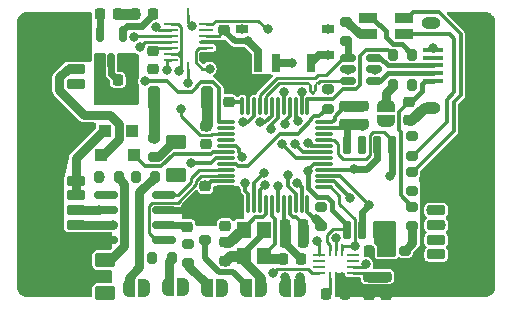
<source format=gtl>
G04 #@! TF.GenerationSoftware,KiCad,Pcbnew,8.0.1*
G04 #@! TF.CreationDate,2024-04-22T06:17:08+03:00*
G04 #@! TF.ProjectId,IMU module,494d5520-6d6f-4647-956c-652e6b696361,rev?*
G04 #@! TF.SameCoordinates,Original*
G04 #@! TF.FileFunction,Copper,L1,Top*
G04 #@! TF.FilePolarity,Positive*
%FSLAX46Y46*%
G04 Gerber Fmt 4.6, Leading zero omitted, Abs format (unit mm)*
G04 Created by KiCad (PCBNEW 8.0.1) date 2024-04-22 06:17:08*
%MOMM*%
%LPD*%
G01*
G04 APERTURE LIST*
G04 Aperture macros list*
%AMRoundRect*
0 Rectangle with rounded corners*
0 $1 Rounding radius*
0 $2 $3 $4 $5 $6 $7 $8 $9 X,Y pos of 4 corners*
0 Add a 4 corners polygon primitive as box body*
4,1,4,$2,$3,$4,$5,$6,$7,$8,$9,$2,$3,0*
0 Add four circle primitives for the rounded corners*
1,1,$1+$1,$2,$3*
1,1,$1+$1,$4,$5*
1,1,$1+$1,$6,$7*
1,1,$1+$1,$8,$9*
0 Add four rect primitives between the rounded corners*
20,1,$1+$1,$2,$3,$4,$5,0*
20,1,$1+$1,$4,$5,$6,$7,0*
20,1,$1+$1,$6,$7,$8,$9,0*
20,1,$1+$1,$8,$9,$2,$3,0*%
%AMFreePoly0*
4,1,19,0.500000,-0.750000,0.000000,-0.750000,0.000000,-0.744911,-0.071157,-0.744911,-0.207708,-0.704816,-0.327430,-0.627875,-0.420627,-0.520320,-0.479746,-0.390866,-0.500000,-0.250000,-0.500000,0.250000,-0.479746,0.390866,-0.420627,0.520320,-0.327430,0.627875,-0.207708,0.704816,-0.071157,0.744911,0.000000,0.744911,0.000000,0.750000,0.500000,0.750000,0.500000,-0.750000,0.500000,-0.750000,
$1*%
%AMFreePoly1*
4,1,19,0.000000,0.744911,0.071157,0.744911,0.207708,0.704816,0.327430,0.627875,0.420627,0.520320,0.479746,0.390866,0.500000,0.250000,0.500000,-0.250000,0.479746,-0.390866,0.420627,-0.520320,0.327430,-0.627875,0.207708,-0.704816,0.071157,-0.744911,0.000000,-0.744911,0.000000,-0.750000,-0.500000,-0.750000,-0.500000,0.750000,0.000000,0.750000,0.000000,0.744911,0.000000,0.744911,
$1*%
G04 Aperture macros list end*
G04 #@! TA.AperFunction,SMDPad,CuDef*
%ADD10RoundRect,0.250000X-0.300000X0.300000X-0.300000X-0.300000X0.300000X-0.300000X0.300000X0.300000X0*%
G04 #@! TD*
G04 #@! TA.AperFunction,SMDPad,CuDef*
%ADD11RoundRect,0.225000X-0.225000X-0.250000X0.225000X-0.250000X0.225000X0.250000X-0.225000X0.250000X0*%
G04 #@! TD*
G04 #@! TA.AperFunction,SMDPad,CuDef*
%ADD12RoundRect,0.250000X-0.625000X0.375000X-0.625000X-0.375000X0.625000X-0.375000X0.625000X0.375000X0*%
G04 #@! TD*
G04 #@! TA.AperFunction,SMDPad,CuDef*
%ADD13RoundRect,0.200000X-0.200000X-0.275000X0.200000X-0.275000X0.200000X0.275000X-0.200000X0.275000X0*%
G04 #@! TD*
G04 #@! TA.AperFunction,SMDPad,CuDef*
%ADD14R,0.975000X0.250000*%
G04 #@! TD*
G04 #@! TA.AperFunction,SMDPad,CuDef*
%ADD15R,0.250000X0.975000*%
G04 #@! TD*
G04 #@! TA.AperFunction,SMDPad,CuDef*
%ADD16RoundRect,0.200000X0.200000X0.275000X-0.200000X0.275000X-0.200000X-0.275000X0.200000X-0.275000X0*%
G04 #@! TD*
G04 #@! TA.AperFunction,SMDPad,CuDef*
%ADD17FreePoly0,180.000000*%
G04 #@! TD*
G04 #@! TA.AperFunction,SMDPad,CuDef*
%ADD18FreePoly1,180.000000*%
G04 #@! TD*
G04 #@! TA.AperFunction,SMDPad,CuDef*
%ADD19RoundRect,0.225000X0.250000X-0.225000X0.250000X0.225000X-0.250000X0.225000X-0.250000X-0.225000X0*%
G04 #@! TD*
G04 #@! TA.AperFunction,SMDPad,CuDef*
%ADD20RoundRect,0.150000X0.150000X-0.512500X0.150000X0.512500X-0.150000X0.512500X-0.150000X-0.512500X0*%
G04 #@! TD*
G04 #@! TA.AperFunction,SMDPad,CuDef*
%ADD21RoundRect,0.200000X0.275000X-0.200000X0.275000X0.200000X-0.275000X0.200000X-0.275000X-0.200000X0*%
G04 #@! TD*
G04 #@! TA.AperFunction,SMDPad,CuDef*
%ADD22RoundRect,0.225000X0.225000X0.250000X-0.225000X0.250000X-0.225000X-0.250000X0.225000X-0.250000X0*%
G04 #@! TD*
G04 #@! TA.AperFunction,SMDPad,CuDef*
%ADD23RoundRect,0.250000X-0.300000X-0.300000X0.300000X-0.300000X0.300000X0.300000X-0.300000X0.300000X0*%
G04 #@! TD*
G04 #@! TA.AperFunction,SMDPad,CuDef*
%ADD24R,1.500000X0.900000*%
G04 #@! TD*
G04 #@! TA.AperFunction,SMDPad,CuDef*
%ADD25RoundRect,0.200000X-0.275000X0.200000X-0.275000X-0.200000X0.275000X-0.200000X0.275000X0.200000X0*%
G04 #@! TD*
G04 #@! TA.AperFunction,SMDPad,CuDef*
%ADD26R,1.800000X0.400000*%
G04 #@! TD*
G04 #@! TA.AperFunction,ComponentPad*
%ADD27O,2.000000X1.090000*%
G04 #@! TD*
G04 #@! TA.AperFunction,ComponentPad*
%ADD28O,1.600000X1.050000*%
G04 #@! TD*
G04 #@! TA.AperFunction,SMDPad,CuDef*
%ADD29RoundRect,0.062500X-0.525000X-0.062500X0.525000X-0.062500X0.525000X0.062500X-0.525000X0.062500X0*%
G04 #@! TD*
G04 #@! TA.AperFunction,SMDPad,CuDef*
%ADD30RoundRect,0.062500X-0.062500X0.525000X-0.062500X-0.525000X0.062500X-0.525000X0.062500X0.525000X0*%
G04 #@! TD*
G04 #@! TA.AperFunction,SMDPad,CuDef*
%ADD31R,0.700000X1.500000*%
G04 #@! TD*
G04 #@! TA.AperFunction,SMDPad,CuDef*
%ADD32R,1.000000X0.800000*%
G04 #@! TD*
G04 #@! TA.AperFunction,SMDPad,CuDef*
%ADD33RoundRect,0.225000X-0.250000X0.225000X-0.250000X-0.225000X0.250000X-0.225000X0.250000X0.225000X0*%
G04 #@! TD*
G04 #@! TA.AperFunction,SMDPad,CuDef*
%ADD34RoundRect,0.200000X0.600000X-0.200000X0.600000X0.200000X-0.600000X0.200000X-0.600000X-0.200000X0*%
G04 #@! TD*
G04 #@! TA.AperFunction,SMDPad,CuDef*
%ADD35RoundRect,0.250001X1.249999X-0.799999X1.249999X0.799999X-1.249999X0.799999X-1.249999X-0.799999X0*%
G04 #@! TD*
G04 #@! TA.AperFunction,SMDPad,CuDef*
%ADD36FreePoly0,270.000000*%
G04 #@! TD*
G04 #@! TA.AperFunction,SMDPad,CuDef*
%ADD37FreePoly1,270.000000*%
G04 #@! TD*
G04 #@! TA.AperFunction,SMDPad,CuDef*
%ADD38R,1.200000X1.400000*%
G04 #@! TD*
G04 #@! TA.AperFunction,SMDPad,CuDef*
%ADD39RoundRect,0.150000X0.825000X0.150000X-0.825000X0.150000X-0.825000X-0.150000X0.825000X-0.150000X0*%
G04 #@! TD*
G04 #@! TA.AperFunction,SMDPad,CuDef*
%ADD40RoundRect,0.250000X0.250000X-0.750000X0.250000X0.750000X-0.250000X0.750000X-0.250000X-0.750000X0*%
G04 #@! TD*
G04 #@! TA.AperFunction,SMDPad,CuDef*
%ADD41RoundRect,0.150000X-0.512500X-0.150000X0.512500X-0.150000X0.512500X0.150000X-0.512500X0.150000X0*%
G04 #@! TD*
G04 #@! TA.AperFunction,SMDPad,CuDef*
%ADD42RoundRect,0.150000X-0.150000X0.650000X-0.150000X-0.650000X0.150000X-0.650000X0.150000X0.650000X0*%
G04 #@! TD*
G04 #@! TA.AperFunction,SMDPad,CuDef*
%ADD43RoundRect,0.200000X-0.600000X0.200000X-0.600000X-0.200000X0.600000X-0.200000X0.600000X0.200000X0*%
G04 #@! TD*
G04 #@! TA.AperFunction,SMDPad,CuDef*
%ADD44RoundRect,0.250001X-1.249999X0.799999X-1.249999X-0.799999X1.249999X-0.799999X1.249999X0.799999X0*%
G04 #@! TD*
G04 #@! TA.AperFunction,SMDPad,CuDef*
%ADD45RoundRect,0.075000X0.075000X-0.662500X0.075000X0.662500X-0.075000X0.662500X-0.075000X-0.662500X0*%
G04 #@! TD*
G04 #@! TA.AperFunction,SMDPad,CuDef*
%ADD46RoundRect,0.075000X0.662500X-0.075000X0.662500X0.075000X-0.662500X0.075000X-0.662500X-0.075000X0*%
G04 #@! TD*
G04 #@! TA.AperFunction,ViaPad*
%ADD47C,0.800000*%
G04 #@! TD*
G04 #@! TA.AperFunction,Conductor*
%ADD48C,0.800000*%
G04 #@! TD*
G04 #@! TA.AperFunction,Conductor*
%ADD49C,0.500000*%
G04 #@! TD*
G04 #@! TA.AperFunction,Conductor*
%ADD50C,0.700000*%
G04 #@! TD*
G04 #@! TA.AperFunction,Conductor*
%ADD51C,0.600000*%
G04 #@! TD*
G04 #@! TA.AperFunction,Conductor*
%ADD52C,0.900000*%
G04 #@! TD*
G04 #@! TA.AperFunction,Conductor*
%ADD53C,0.300000*%
G04 #@! TD*
G04 #@! TA.AperFunction,Conductor*
%ADD54C,0.250000*%
G04 #@! TD*
G04 #@! TA.AperFunction,Conductor*
%ADD55C,0.400000*%
G04 #@! TD*
G04 #@! TA.AperFunction,Conductor*
%ADD56C,0.550000*%
G04 #@! TD*
G04 #@! TA.AperFunction,Conductor*
%ADD57C,0.850000*%
G04 #@! TD*
G04 #@! TA.AperFunction,Conductor*
%ADD58C,0.350000*%
G04 #@! TD*
G04 #@! TA.AperFunction,Conductor*
%ADD59C,0.270000*%
G04 #@! TD*
G04 APERTURE END LIST*
D10*
X136549753Y-96747454D03*
X136549753Y-99547454D03*
D11*
X151781753Y-108894454D03*
X153331753Y-108894454D03*
D12*
X136534753Y-110433454D03*
X136534753Y-113233454D03*
D11*
X151781753Y-107434454D03*
X153331753Y-107434454D03*
D13*
X160935753Y-95604454D03*
X162585753Y-95604454D03*
D14*
X154651253Y-110030454D03*
X154651253Y-110530454D03*
X154651253Y-111030454D03*
X154651253Y-111530454D03*
D15*
X155613753Y-111980954D03*
X156113753Y-111980954D03*
X156613753Y-111980954D03*
D14*
X157576253Y-111518454D03*
X157576253Y-111018454D03*
X157576253Y-110518454D03*
X157576253Y-110018454D03*
D15*
X156613753Y-109555954D03*
X156113753Y-109555954D03*
X155613753Y-109555954D03*
D11*
X158937753Y-109709454D03*
X160487753Y-109709454D03*
D16*
X140797753Y-103395454D03*
X139147753Y-103395454D03*
D17*
X139845753Y-112780454D03*
D18*
X138545753Y-112780454D03*
D19*
X156887753Y-98954454D03*
X156887753Y-97404454D03*
D11*
X136101753Y-89648454D03*
X137651753Y-89648454D03*
D19*
X146730753Y-107539454D03*
X146730753Y-105989454D03*
D20*
X136147753Y-93570454D03*
X137097753Y-93570454D03*
X138047753Y-93570454D03*
X138047753Y-91295454D03*
X136147753Y-91295454D03*
D21*
X162551000Y-101618000D03*
X162551000Y-99968000D03*
D22*
X140618753Y-89648454D03*
X139068753Y-89648454D03*
D12*
X142580753Y-100454454D03*
X142580753Y-103254454D03*
D19*
X143531753Y-107614454D03*
X143531753Y-106064454D03*
D23*
X136200753Y-101504454D03*
X139000753Y-101504454D03*
D24*
X161890753Y-91334454D03*
X158790753Y-91334454D03*
X158790753Y-89934454D03*
X161890753Y-89934454D03*
D25*
X161930753Y-109639454D03*
X161930753Y-111289454D03*
D19*
X145060753Y-100639454D03*
X145060753Y-99089454D03*
D26*
X164350753Y-95265454D03*
X164350753Y-94615454D03*
X164350753Y-93965454D03*
X164350753Y-93315454D03*
X164350753Y-92665454D03*
D27*
X167600753Y-90365454D03*
D28*
X164150753Y-90365454D03*
D27*
X167600753Y-97565454D03*
D28*
X164150753Y-97565454D03*
D29*
X145135753Y-90464454D03*
X145135753Y-90964454D03*
X145135753Y-91464454D03*
X145135753Y-91964454D03*
X145135753Y-92464454D03*
X145135753Y-92964454D03*
X145135753Y-93464454D03*
D30*
X143620753Y-94229454D03*
D29*
X142105753Y-93464454D03*
X142105753Y-92964454D03*
X142105753Y-92464454D03*
X142105753Y-91964454D03*
X142105753Y-91464454D03*
X142105753Y-90964454D03*
X142105753Y-90464454D03*
D30*
X143620753Y-89699454D03*
D31*
X154030753Y-93769454D03*
X151030753Y-93769454D03*
X149530753Y-93769454D03*
D32*
X155430753Y-93119454D03*
X155430753Y-90909454D03*
X148130753Y-93119454D03*
X148130753Y-90909454D03*
D33*
X146650753Y-90995454D03*
X146650753Y-92545454D03*
D21*
X145038753Y-108776454D03*
X145038753Y-107126454D03*
D34*
X164590753Y-109964454D03*
X164590753Y-108714454D03*
X164590753Y-107464454D03*
X164590753Y-106214454D03*
X164590753Y-104964454D03*
X164590753Y-103714454D03*
D35*
X167490753Y-112514454D03*
X167490753Y-101164454D03*
D19*
X158361753Y-98954454D03*
X158361753Y-97404454D03*
D33*
X147058753Y-95507454D03*
X147058753Y-97057454D03*
D25*
X162552753Y-102941454D03*
X162552753Y-104591454D03*
D36*
X160350753Y-97365454D03*
D37*
X160350753Y-98665454D03*
D16*
X142186753Y-110302454D03*
X140536753Y-110302454D03*
D21*
X154822753Y-107589454D03*
X154822753Y-105939454D03*
D17*
X143149753Y-112748454D03*
D18*
X141849753Y-112748454D03*
D21*
X143572753Y-110691454D03*
X143572753Y-109041454D03*
D33*
X162330753Y-97039454D03*
X162330753Y-98589454D03*
D22*
X153135753Y-110354454D03*
X151585753Y-110354454D03*
D38*
X148320753Y-107874454D03*
X148320753Y-110074454D03*
X150020753Y-110074454D03*
X150020753Y-107874454D03*
D39*
X141575753Y-108744454D03*
X141575753Y-107474454D03*
X141575753Y-106204454D03*
X141575753Y-104934454D03*
X136625753Y-104934454D03*
X136625753Y-106204454D03*
X136625753Y-107474454D03*
X136625753Y-108744454D03*
D17*
X153064753Y-112789454D03*
D18*
X151764753Y-112789454D03*
D33*
X160338753Y-111843954D03*
X160338753Y-113393954D03*
X158878753Y-111843954D03*
X158878753Y-113393954D03*
D40*
X140730753Y-96702454D03*
X145180753Y-96702454D03*
D25*
X162552753Y-105913454D03*
X162552753Y-107563454D03*
D16*
X137719753Y-103384454D03*
X136069753Y-103384454D03*
D21*
X155424753Y-97624454D03*
X155424753Y-95974454D03*
D16*
X162585753Y-93084454D03*
X160935753Y-93084454D03*
D11*
X136098753Y-95214454D03*
X137648753Y-95214454D03*
D41*
X157093253Y-93340454D03*
X157093253Y-94290454D03*
X157093253Y-95240454D03*
X159368253Y-95240454D03*
X159368253Y-94290454D03*
X159368253Y-93340454D03*
D42*
X160863753Y-100726454D03*
X159593753Y-100726454D03*
X158323753Y-100726454D03*
X157053753Y-100726454D03*
X157053753Y-107926454D03*
X158323753Y-107926454D03*
X159593753Y-107926454D03*
X160863753Y-107926454D03*
D17*
X146449753Y-112766454D03*
D18*
X145149753Y-112766454D03*
D17*
X149750753Y-112776454D03*
D18*
X148450753Y-112776454D03*
D33*
X145055753Y-104173454D03*
X145055753Y-105723454D03*
D43*
X134093753Y-103714454D03*
X134093753Y-104964454D03*
X134093753Y-106214454D03*
X134093753Y-107464454D03*
X134093753Y-108714454D03*
X134093753Y-109964454D03*
D44*
X131193753Y-101164454D03*
X131193753Y-112514454D03*
D43*
X134093753Y-93018454D03*
X134093753Y-94268454D03*
X134093753Y-95518454D03*
D44*
X131193753Y-90468454D03*
X131193753Y-98068454D03*
D10*
X138850753Y-96747454D03*
X138850753Y-99547454D03*
D25*
X156982753Y-90273454D03*
X156982753Y-91923454D03*
D11*
X155288753Y-113287954D03*
X156838753Y-113287954D03*
D19*
X146729753Y-110501454D03*
X146729753Y-108951454D03*
D33*
X140600753Y-92724454D03*
X140600753Y-94274454D03*
D21*
X140730753Y-101739454D03*
X140730753Y-100089454D03*
D45*
X148191753Y-105696954D03*
X148691753Y-105696954D03*
X149191753Y-105696954D03*
X149691753Y-105696954D03*
X150191753Y-105696954D03*
X150691753Y-105696954D03*
X151191753Y-105696954D03*
X151691753Y-105696954D03*
X152191753Y-105696954D03*
X152691753Y-105696954D03*
X153191753Y-105696954D03*
X153691753Y-105696954D03*
D46*
X155104253Y-104284454D03*
X155104253Y-103784454D03*
X155104253Y-103284454D03*
X155104253Y-102784454D03*
X155104253Y-102284454D03*
X155104253Y-101784454D03*
X155104253Y-101284454D03*
X155104253Y-100784454D03*
X155104253Y-100284454D03*
X155104253Y-99784454D03*
X155104253Y-99284454D03*
X155104253Y-98784454D03*
D45*
X153691753Y-97371954D03*
X153191753Y-97371954D03*
X152691753Y-97371954D03*
X152191753Y-97371954D03*
X151691753Y-97371954D03*
X151191753Y-97371954D03*
X150691753Y-97371954D03*
X150191753Y-97371954D03*
X149691753Y-97371954D03*
X149191753Y-97371954D03*
X148691753Y-97371954D03*
X148191753Y-97371954D03*
D46*
X146779253Y-98784454D03*
X146779253Y-99284454D03*
X146779253Y-99784454D03*
X146779253Y-100284454D03*
X146779253Y-100784454D03*
X146779253Y-101284454D03*
X146779253Y-101784454D03*
X146779253Y-102284454D03*
X146779253Y-102784454D03*
X146779253Y-103284454D03*
X146779253Y-103784454D03*
X146779253Y-104284454D03*
D47*
X130093753Y-101814453D03*
X132293752Y-89818454D03*
X130093753Y-100514454D03*
X166390753Y-101814453D03*
X168590752Y-113164453D03*
X158937753Y-109709454D03*
X146650753Y-92545454D03*
X130093753Y-113164453D03*
X143149753Y-112748454D03*
X137651753Y-89648454D03*
X166390753Y-100514454D03*
X166390753Y-113164453D03*
X167490753Y-112514454D03*
X132293752Y-100514454D03*
X156838753Y-113287954D03*
X130093753Y-98718453D03*
X143531753Y-107614454D03*
X145060753Y-100639454D03*
X131193753Y-90468454D03*
X148130753Y-93119454D03*
X157150753Y-94329454D03*
X153132753Y-110352454D03*
X153064753Y-111909454D03*
X131193753Y-112514454D03*
X130093753Y-91118453D03*
X164590753Y-103714454D03*
X158299753Y-98967454D03*
X132293752Y-113164453D03*
X139865753Y-112741454D03*
X148130753Y-90909454D03*
X132293752Y-101814453D03*
X140600753Y-94274454D03*
X130093753Y-97418454D03*
X164990753Y-104964454D03*
X130093753Y-111864454D03*
X146449753Y-112766454D03*
X168590752Y-111864454D03*
X158878753Y-113393954D03*
X168590752Y-100514454D03*
X151781753Y-108894454D03*
X131193753Y-101164454D03*
X160338753Y-113393954D03*
X134093753Y-108714454D03*
X146729753Y-110501454D03*
X137648753Y-95214454D03*
X140730753Y-96702454D03*
X166390753Y-111864454D03*
X155430753Y-90909454D03*
X132293752Y-111864454D03*
X132293752Y-97418454D03*
X164350753Y-92463000D03*
X168590752Y-101814453D03*
X146730753Y-107539454D03*
X134093753Y-109964454D03*
X130093753Y-89818454D03*
X134093753Y-93018454D03*
X147058753Y-95507454D03*
X167490753Y-101164454D03*
X155430753Y-93119454D03*
X132293752Y-98718453D03*
X145055753Y-104123454D03*
X161930753Y-111289454D03*
X140730753Y-100089454D03*
X132293752Y-91118453D03*
X131193753Y-98068454D03*
X145060753Y-99089454D03*
X151191753Y-104159454D03*
X160338753Y-111843954D03*
X146650753Y-90995454D03*
X136101753Y-89648454D03*
X155288753Y-113287954D03*
X156967753Y-90251454D03*
X143572753Y-109041454D03*
X140518753Y-110301454D03*
X158299753Y-97417454D03*
X136550753Y-113231454D03*
X145055753Y-105773453D03*
X148700753Y-91914454D03*
X147058753Y-97057454D03*
X158790753Y-91334454D03*
X146729753Y-105977454D03*
X153381752Y-108894454D03*
X145038753Y-107126454D03*
X140600753Y-92724454D03*
X139146753Y-103393454D03*
X143531753Y-106064454D03*
X142580753Y-103254454D03*
X154822753Y-105939454D03*
X160487753Y-109709454D03*
X149820753Y-110074454D03*
X159446753Y-94322454D03*
X162330753Y-97039454D03*
X138850753Y-99547454D03*
X134093753Y-104964454D03*
X164590753Y-109964454D03*
X134093753Y-103714454D03*
X164590753Y-108714454D03*
X164190753Y-106214454D03*
X160350753Y-98665454D03*
X137200752Y-107474454D03*
X164990752Y-107464454D03*
X136050753Y-106204454D03*
X162585753Y-95604454D03*
X134093753Y-95518454D03*
X143830753Y-102194454D03*
X154420753Y-106954454D03*
X151764753Y-111879454D03*
X145038753Y-108776454D03*
X150000753Y-103074454D03*
X152031753Y-103270454D03*
X143572753Y-110691454D03*
X150109382Y-104109033D03*
X142205753Y-110312454D03*
X148180000Y-101684000D03*
X140806753Y-103379454D03*
X152420753Y-93774454D03*
X155409753Y-96016454D03*
X148420753Y-103884454D03*
X136095753Y-103397454D03*
X162576753Y-104592454D03*
X152660753Y-100617800D03*
X162551000Y-99968000D03*
X151560753Y-100614454D03*
X162550753Y-107574454D03*
X153742000Y-100534000D03*
X143620753Y-95419454D03*
X156113753Y-108595526D03*
X158920753Y-105748793D03*
X157610753Y-102765454D03*
X154513753Y-108824000D03*
X142829462Y-94435293D03*
X141830753Y-94384454D03*
X153761753Y-102936454D03*
X157688753Y-109236454D03*
X151780753Y-98954454D03*
X145403753Y-94231454D03*
X152860753Y-98674454D03*
X140880753Y-90739812D03*
X142970753Y-97684454D03*
X139926000Y-95270454D03*
X148222644Y-98709453D03*
X160650753Y-103290454D03*
X150383036Y-90909655D03*
X153191753Y-96176454D03*
X150630753Y-99354454D03*
X138991133Y-91535133D03*
X151685354Y-96178812D03*
X143890753Y-90644454D03*
X139485753Y-92421758D03*
X149710753Y-98784454D03*
X152840753Y-103894454D03*
X150776753Y-111530454D03*
X157324753Y-105213454D03*
X158654005Y-110793454D03*
D48*
X153064753Y-112789454D02*
X153064753Y-111909454D01*
D49*
X148320753Y-109814454D02*
X150020753Y-108114454D01*
D48*
X148320753Y-110540853D02*
X149750753Y-111970853D01*
D49*
X148320753Y-110074454D02*
X148320753Y-109814454D01*
D50*
X151781753Y-108973204D02*
X153132753Y-110324204D01*
D51*
X136625753Y-108744454D02*
X134123753Y-108744454D01*
D52*
X147156753Y-110074454D02*
X146729753Y-110501454D01*
D53*
X145156753Y-104173454D02*
X145545753Y-103784454D01*
D48*
X149750753Y-111970853D02*
X149750753Y-112776454D01*
D54*
X146069753Y-91964454D02*
X145135753Y-91964454D01*
D50*
X155430753Y-93119454D02*
X154680753Y-93119454D01*
X154680753Y-93119454D02*
X154030753Y-93769454D01*
D51*
X157053753Y-100726454D02*
X157053753Y-99120454D01*
D53*
X148691753Y-97371954D02*
X148691753Y-96512334D01*
D55*
X164350753Y-92665454D02*
X164350753Y-92463000D01*
D53*
X145545753Y-103784454D02*
X146779253Y-103784454D01*
X151781753Y-107400454D02*
X151781753Y-107434454D01*
D50*
X151781753Y-108894454D02*
X151781753Y-108973204D01*
D48*
X148320753Y-110074454D02*
X148320753Y-110540853D01*
D52*
X151781753Y-107515454D02*
X151781753Y-108894454D01*
D51*
X141575753Y-107474454D02*
X143391753Y-107474454D01*
D52*
X140730753Y-100089454D02*
X140730753Y-96702454D01*
X148320753Y-110074454D02*
X147156753Y-110074454D01*
D53*
X151781753Y-107434454D02*
X151691753Y-107344454D01*
X156887753Y-98954454D02*
X156887753Y-99284454D01*
D52*
X162499425Y-98589454D02*
X163523425Y-97565454D01*
D51*
X143391753Y-107474454D02*
X143531753Y-107614454D01*
D52*
X156887753Y-98954454D02*
X158286753Y-98954454D01*
D51*
X137648753Y-95214454D02*
X137097753Y-94663454D01*
D53*
X145055753Y-104173454D02*
X145156753Y-104173454D01*
D52*
X158286753Y-98954454D02*
X158299753Y-98967454D01*
D51*
X157053753Y-99120454D02*
X156887753Y-98954454D01*
D52*
X163523425Y-97565454D02*
X164150753Y-97565454D01*
X162330753Y-98589454D02*
X162499425Y-98589454D01*
D53*
X148691753Y-96512334D02*
X147686873Y-95507454D01*
D49*
X150020753Y-108114454D02*
X150020753Y-107874454D01*
D50*
X153132753Y-110324204D02*
X153132753Y-110352454D01*
D51*
X134123753Y-108744454D02*
X134093753Y-108714454D01*
D53*
X147686873Y-95507454D02*
X147058753Y-95507454D01*
D52*
X139068753Y-89648454D02*
X137651753Y-89648454D01*
D54*
X146650753Y-92545454D02*
X146069753Y-91964454D01*
D51*
X137097753Y-94663454D02*
X137097753Y-93570454D01*
D53*
X156887753Y-99284454D02*
X155104253Y-99284454D01*
X151691753Y-107344454D02*
X151691753Y-105696954D01*
X151191753Y-104159454D02*
X151191753Y-105677954D01*
D52*
X145180753Y-98969454D02*
X145060753Y-99089454D01*
X145180753Y-96702454D02*
X145180753Y-98969454D01*
D53*
X152438633Y-106784454D02*
X152700753Y-106784454D01*
X145869753Y-104934454D02*
X145869753Y-104532454D01*
X148191753Y-97057454D02*
X147058753Y-97057454D01*
D56*
X147556753Y-91914454D02*
X148700753Y-91914454D01*
D50*
X148700753Y-91914454D02*
X149230677Y-92444378D01*
D53*
X156887753Y-97424247D02*
X155999753Y-98312247D01*
D56*
X146650753Y-90995454D02*
X146650753Y-91008454D01*
D48*
X158790753Y-91334454D02*
X158122753Y-91334454D01*
D51*
X141575753Y-106204454D02*
X143391753Y-106204454D01*
X136147753Y-91295454D02*
X136147753Y-89694454D01*
D53*
X146117753Y-104284454D02*
X146779253Y-104284454D01*
D54*
X140860753Y-92464454D02*
X142105753Y-92464454D01*
D53*
X145080753Y-105723454D02*
X145869753Y-104934454D01*
D54*
X146181753Y-91464454D02*
X145135753Y-91464454D01*
D53*
X156887753Y-97404454D02*
X156887753Y-97424247D01*
X152191753Y-106537574D02*
X152438633Y-106784454D01*
D52*
X156887753Y-97404454D02*
X158286753Y-97404454D01*
D53*
X148191753Y-97371954D02*
X148191753Y-97057454D01*
D48*
X158122753Y-91334454D02*
X157061753Y-90273454D01*
D53*
X146729753Y-105977454D02*
X147010253Y-105696954D01*
D50*
X149230753Y-92444378D02*
X149530753Y-92744378D01*
D53*
X147010253Y-105696954D02*
X148191753Y-105696954D01*
D54*
X155288753Y-113287954D02*
X155564753Y-113287954D01*
X158878753Y-111518454D02*
X158878753Y-111798454D01*
D53*
X155999753Y-98312247D02*
X155999753Y-98560454D01*
D52*
X158286753Y-97404454D02*
X158299753Y-97417454D01*
D53*
X153331753Y-107415454D02*
X153331753Y-107434454D01*
D52*
X158878753Y-111843954D02*
X160338753Y-111843954D01*
D53*
X145055753Y-105723454D02*
X145080753Y-105723454D01*
D52*
X153331753Y-107515454D02*
X153331753Y-108890454D01*
D50*
X149530753Y-92744378D02*
X149530753Y-93769454D01*
X149230677Y-92444378D02*
X149230753Y-92444378D01*
D51*
X143391753Y-106204454D02*
X143531753Y-106064454D01*
D53*
X155775753Y-98784454D02*
X155104253Y-98784454D01*
X152191753Y-105696954D02*
X152191753Y-106537574D01*
D54*
X146650753Y-90995454D02*
X146181753Y-91464454D01*
D48*
X157061753Y-90273454D02*
X156982753Y-90273454D01*
D51*
X136147753Y-89694454D02*
X136101753Y-89648454D01*
D53*
X145869753Y-104532454D02*
X146117753Y-104284454D01*
D54*
X155564753Y-113287954D02*
X155613753Y-113238954D01*
X140600753Y-92724454D02*
X140860753Y-92464454D01*
X155613753Y-113238954D02*
X155613753Y-111980954D01*
D56*
X146650753Y-91008454D02*
X147556753Y-91914454D01*
D54*
X157576253Y-111518454D02*
X158878753Y-111518454D01*
D53*
X155999753Y-98560454D02*
X155775753Y-98784454D01*
X152700753Y-106784454D02*
X153331753Y-107415454D01*
X148320753Y-107774454D02*
X149280753Y-106814454D01*
X149914873Y-106814454D02*
X150191753Y-106537574D01*
D52*
X147070753Y-108951454D02*
X146729753Y-108951454D01*
X148147753Y-107874454D02*
X147070753Y-108951454D01*
D53*
X150191753Y-106537574D02*
X150191753Y-105696954D01*
X148320753Y-107874454D02*
X148320753Y-107774454D01*
X149280753Y-106814454D02*
X149914873Y-106814454D01*
D52*
X148320753Y-107874454D02*
X148147753Y-107874454D01*
D57*
X149851000Y-109904701D02*
X150020753Y-110074454D01*
X151585753Y-110354454D02*
X151575753Y-110344454D01*
D53*
X150976753Y-109067454D02*
X150026753Y-110017454D01*
D57*
X150290753Y-110344454D02*
X150004299Y-110058000D01*
X151575753Y-110344454D02*
X150290753Y-110344454D01*
X150004299Y-110058000D02*
X149851000Y-110058000D01*
D53*
X150691753Y-105696954D02*
X150691753Y-106682454D01*
X150976753Y-106967454D02*
X150976753Y-109067454D01*
D57*
X149851000Y-110058000D02*
X149851000Y-109904701D01*
D53*
X150691753Y-106682454D02*
X150976753Y-106967454D01*
D51*
X138420753Y-90624454D02*
X139660753Y-90624454D01*
X138047753Y-90997454D02*
X138420753Y-90624454D01*
X138047753Y-91295454D02*
X138047753Y-90997454D01*
X140566753Y-89718454D02*
X140618753Y-89718454D01*
X139660753Y-90624454D02*
X140566753Y-89718454D01*
D58*
X162330753Y-97039454D02*
X161480753Y-97889454D01*
D55*
X164350753Y-95265454D02*
X163649753Y-95265454D01*
X163385753Y-95529454D02*
X163385753Y-96133524D01*
D58*
X161600753Y-99584454D02*
X161600753Y-104961454D01*
D55*
X163385753Y-96133524D02*
X162479823Y-97039454D01*
D58*
X161480753Y-97889454D02*
X161480753Y-99464454D01*
D55*
X162479823Y-97039454D02*
X162330753Y-97039454D01*
D58*
X161600753Y-104961454D02*
X162552753Y-105913454D01*
X161480753Y-99464454D02*
X161600753Y-99584454D01*
D55*
X163649753Y-95265454D02*
X163385753Y-95529454D01*
D48*
X138200753Y-109209270D02*
X138200753Y-103984454D01*
X136534753Y-110433454D02*
X136976569Y-110433454D01*
X137719753Y-103503454D02*
X137719753Y-103384454D01*
X136976569Y-110433454D02*
X138200753Y-109209270D01*
X138200753Y-103984454D02*
X137719753Y-103503454D01*
D58*
X162180753Y-89934454D02*
X162649753Y-89465454D01*
X161890753Y-89934454D02*
X162180753Y-89934454D01*
X166675753Y-91329454D02*
X166675753Y-96472866D01*
X162649753Y-89465454D02*
X164811753Y-89465454D01*
X162633753Y-102941454D02*
X162552753Y-102941454D01*
X166675753Y-96472866D02*
X166060753Y-97087866D01*
X166060753Y-97087866D02*
X166060753Y-99514454D01*
X164811753Y-89465454D02*
X166675753Y-91329454D01*
X166060753Y-99514454D02*
X162633753Y-102941454D01*
X166125753Y-96245048D02*
X166125753Y-91685860D01*
X165730347Y-91290454D02*
X161924753Y-91290454D01*
X162551000Y-101618000D02*
X162647207Y-101618000D01*
X166125753Y-91685860D02*
X165730347Y-91290454D01*
X165510753Y-96860048D02*
X166125753Y-96245048D01*
X165510753Y-98754454D02*
X165510753Y-96860048D01*
X162647207Y-101618000D02*
X165510753Y-98754454D01*
D55*
X159230753Y-90004454D02*
X158786753Y-90004454D01*
X160300753Y-91514454D02*
X160300753Y-91074454D01*
X160970753Y-92184454D02*
X160300753Y-91514454D01*
X160300753Y-91074454D02*
X159230753Y-90004454D01*
X161685753Y-92184454D02*
X160970753Y-92184454D01*
X162585753Y-93084454D02*
X161685753Y-92184454D01*
D48*
X141005753Y-101739454D02*
X142290753Y-100454454D01*
X140730753Y-101739454D02*
X141005753Y-101739454D01*
X142290753Y-100454454D02*
X142580753Y-100454454D01*
X134093753Y-101802444D02*
X134093753Y-103714454D01*
X136549753Y-99547454D02*
X136348743Y-99547454D01*
X136348743Y-99547454D02*
X134093753Y-101802444D01*
X134093753Y-104964454D02*
X134093753Y-103714454D01*
X132693753Y-94981542D02*
X133406841Y-94268454D01*
X132693753Y-96055366D02*
X132693753Y-94981542D01*
X137700753Y-98889444D02*
X136985763Y-98174454D01*
X137700753Y-100205464D02*
X137700753Y-98889444D01*
X133406841Y-94268454D02*
X134093753Y-94268454D01*
X136985763Y-98174454D02*
X134812841Y-98174454D01*
X134812841Y-98174454D02*
X132693753Y-96055366D01*
X136200753Y-101504454D02*
X136401763Y-101504454D01*
X136401763Y-101504454D02*
X137700753Y-100205464D01*
D53*
X145710161Y-101284454D02*
X146779253Y-101284454D01*
X139975753Y-102514454D02*
X141300753Y-102514454D01*
X139000753Y-101539454D02*
X139975753Y-102514454D01*
X142375753Y-101439454D02*
X145555161Y-101439454D01*
X139000753Y-101504454D02*
X139000753Y-101539454D01*
X145555161Y-101439454D02*
X145710161Y-101284454D01*
X141300753Y-102514454D02*
X142375753Y-101439454D01*
D48*
X137200752Y-107474454D02*
X134103753Y-107474454D01*
X134103753Y-107474454D02*
X134093753Y-107464454D01*
X136050753Y-106204454D02*
X134103753Y-106204454D01*
X134103753Y-106204454D02*
X134093753Y-106214454D01*
D55*
X160487727Y-94615454D02*
X164350753Y-94615454D01*
X159862727Y-95240454D02*
X160487727Y-94615454D01*
X159368253Y-95240454D02*
X159862727Y-95240454D01*
X160487683Y-93965454D02*
X164350753Y-93965454D01*
X159862683Y-93340454D02*
X160487683Y-93965454D01*
X159368253Y-93340454D02*
X159862683Y-93340454D01*
D53*
X143830753Y-102194454D02*
X145509633Y-102194454D01*
X145919633Y-101784454D02*
X146779253Y-101784454D01*
X145509633Y-102194454D02*
X145919633Y-101784454D01*
X153691753Y-106340753D02*
X154305454Y-106954454D01*
X154305454Y-106954454D02*
X154420753Y-106954454D01*
X153691753Y-105696954D02*
X153691753Y-106340753D01*
D48*
X154822753Y-107356454D02*
X154420753Y-106954454D01*
X154822753Y-107589454D02*
X154822753Y-107356454D01*
X151764753Y-111879454D02*
X151764753Y-112789454D01*
D53*
X150000753Y-103074454D02*
X149191753Y-103883454D01*
D56*
X146201569Y-111444454D02*
X145038753Y-110281638D01*
X147360753Y-111444454D02*
X146201569Y-111444454D01*
X148450753Y-112776454D02*
X148450753Y-112534454D01*
D53*
X149191753Y-103883454D02*
X149191753Y-105696954D01*
D56*
X148450753Y-112534454D02*
X147360753Y-111444454D01*
X145038753Y-110281638D02*
X145038753Y-108776454D01*
D48*
X145149753Y-112493454D02*
X143572753Y-110916454D01*
D53*
X152691753Y-104837334D02*
X152031753Y-104177334D01*
X152691753Y-105696954D02*
X152691753Y-104837334D01*
D48*
X143572753Y-110916454D02*
X143572753Y-110691454D01*
D53*
X152031753Y-104177334D02*
X152031753Y-103270454D01*
D48*
X145149753Y-112766454D02*
X145149753Y-112493454D01*
D53*
X149691753Y-105696954D02*
X149691753Y-104526662D01*
X149691753Y-104526662D02*
X150109382Y-104109033D01*
D48*
X141950753Y-112647454D02*
X141849753Y-112748454D01*
X141950753Y-110538454D02*
X141950753Y-112647454D01*
X142186753Y-110302454D02*
X141950753Y-110538454D01*
D53*
X147619873Y-100784454D02*
X146779253Y-100784454D01*
X147866753Y-101031334D02*
X147619873Y-100784454D01*
X148180000Y-101684000D02*
X148180000Y-101593000D01*
X147866753Y-101279753D02*
X147866753Y-101031334D01*
D48*
X139468753Y-104716454D02*
X139468753Y-111046454D01*
D53*
X148180000Y-101593000D02*
X147866753Y-101279753D01*
D48*
X140805753Y-103379454D02*
X139468753Y-104716454D01*
X139468753Y-111046454D02*
X138545753Y-111969454D01*
X140806753Y-103379454D02*
X140805753Y-103379454D01*
X138545753Y-111969454D02*
X138545753Y-112780454D01*
D50*
X151035753Y-93774454D02*
X151030753Y-93769454D01*
X152420753Y-93774454D02*
X151035753Y-93774454D01*
D53*
X154016753Y-98588269D02*
X154016753Y-98512334D01*
X154701546Y-98265454D02*
X155342546Y-97624454D01*
X147619873Y-102284454D02*
X147783419Y-102448000D01*
X148666546Y-102448000D02*
X151380092Y-99734454D01*
X151380092Y-99734454D02*
X152870568Y-99734454D01*
X155342546Y-97624454D02*
X155424753Y-97624454D01*
X147783419Y-102448000D02*
X148666546Y-102448000D01*
X146779253Y-102284454D02*
X147619873Y-102284454D01*
X154016753Y-98512334D02*
X154263633Y-98265454D01*
X154263633Y-98265454D02*
X154701546Y-98265454D01*
X152870568Y-99734454D02*
X154016753Y-98588269D01*
X158157753Y-93177192D02*
X158157753Y-95601716D01*
X158644491Y-92690454D02*
X158157753Y-93177192D01*
X155873111Y-96784454D02*
X153691753Y-96784454D01*
X158157753Y-95601716D02*
X157795015Y-95964454D01*
X157795015Y-95964454D02*
X156693111Y-95964454D01*
X160541753Y-92690454D02*
X158644491Y-92690454D01*
X156693111Y-95964454D02*
X155873111Y-96784454D01*
X153691753Y-96784454D02*
X153691753Y-97371954D01*
X160935753Y-93084454D02*
X160541753Y-92690454D01*
X148691753Y-105696954D02*
X148691753Y-104837334D01*
X148420753Y-104566334D02*
X148420753Y-103884454D01*
X148691753Y-104837334D02*
X148420753Y-104566334D01*
X153327407Y-101284454D02*
X152660753Y-100617800D01*
X155104253Y-101284454D02*
X153327407Y-101284454D01*
X155104253Y-101784454D02*
X152730753Y-101784454D01*
X152730753Y-101784454D02*
X151560753Y-100614454D01*
D54*
X154580753Y-94784454D02*
X154363753Y-95001454D01*
D51*
X157093253Y-92033954D02*
X156982753Y-91923454D01*
D54*
X156704845Y-93340454D02*
X155260845Y-94784454D01*
X151120593Y-95001454D02*
X149691753Y-96430294D01*
X155260845Y-94784454D02*
X154580753Y-94784454D01*
X154363753Y-95001454D02*
X151120593Y-95001454D01*
X157093253Y-93340454D02*
X156704845Y-93340454D01*
X149691753Y-96430294D02*
X149691753Y-97371954D01*
D51*
X157093253Y-93340454D02*
X157093253Y-92033954D01*
D53*
X153742000Y-100534000D02*
X153992454Y-100784454D01*
X153992454Y-100784454D02*
X155104253Y-100784454D01*
D48*
X161930753Y-109639454D02*
X162552753Y-109017454D01*
X162552753Y-109017454D02*
X162552753Y-107576454D01*
D54*
X143620753Y-95419454D02*
X143620753Y-94229454D01*
D53*
X158920753Y-105748793D02*
X156456414Y-103284454D01*
D51*
X158323753Y-107926454D02*
X158323753Y-106345793D01*
X158323753Y-106345793D02*
X158920753Y-105748793D01*
D54*
X156113753Y-109555954D02*
X156113753Y-108595526D01*
D53*
X156456414Y-103284454D02*
X155104253Y-103284454D01*
D54*
X154651253Y-108961500D02*
X154651253Y-110030454D01*
D51*
X158672829Y-102765454D02*
X157610753Y-102765454D01*
D54*
X154513753Y-108824000D02*
X154651253Y-108961500D01*
X143018253Y-94246502D02*
X142829462Y-94435293D01*
X142105753Y-92964454D02*
X142742993Y-92964454D01*
X142105753Y-90464454D02*
X142742993Y-90464454D01*
X142742993Y-90464454D02*
X143018253Y-90739714D01*
D53*
X157591753Y-102784454D02*
X155123253Y-102784454D01*
D54*
X142742993Y-92964454D02*
X143018253Y-93239714D01*
D51*
X159593753Y-100726454D02*
X159593753Y-101844530D01*
X159593753Y-101844530D02*
X158672829Y-102765454D01*
D54*
X143018253Y-90739714D02*
X143018253Y-93239714D01*
D53*
X157610753Y-102765454D02*
X157591753Y-102784454D01*
D54*
X143018253Y-93239714D02*
X143018253Y-94246502D01*
X142742993Y-92964454D02*
X143018253Y-92689194D01*
D55*
X155780753Y-105554384D02*
X155780753Y-106164454D01*
D53*
X153761753Y-102786334D02*
X154263633Y-102284454D01*
D54*
X156941753Y-107814454D02*
X157053753Y-107926454D01*
D55*
X153761753Y-102936454D02*
X153761753Y-104353284D01*
D54*
X155860753Y-107814454D02*
X156941753Y-107814454D01*
D55*
X154501923Y-105093454D02*
X155319823Y-105093454D01*
X155780753Y-106164454D02*
X157053753Y-107437454D01*
D54*
X155380753Y-108924454D02*
X155380753Y-108294454D01*
D53*
X154263633Y-102284454D02*
X155104253Y-102284454D01*
D54*
X155380753Y-108294454D02*
X155860753Y-107814454D01*
X142105753Y-93464454D02*
X141830753Y-93464454D01*
D55*
X153761753Y-104353284D02*
X154501923Y-105093454D01*
D53*
X153761753Y-102936454D02*
X153761753Y-102786334D01*
D54*
X155613753Y-109157454D02*
X155380753Y-108924454D01*
X141830753Y-93464454D02*
X141830753Y-94384454D01*
X155613753Y-109555954D02*
X155613753Y-109157454D01*
D55*
X155319823Y-105093454D02*
X155780753Y-105554384D01*
X157053753Y-107437454D02*
X157053753Y-107926454D01*
D59*
X157688753Y-106988624D02*
X156400753Y-105700624D01*
D54*
X156613753Y-109236454D02*
X156613753Y-109555954D01*
D59*
X155710753Y-104284454D02*
X155104253Y-104284454D01*
X157688753Y-109236454D02*
X157688753Y-106988624D01*
D54*
X157688753Y-109236454D02*
X156613753Y-109236454D01*
D59*
X156400753Y-104974454D02*
X155710753Y-104284454D01*
X156400753Y-105700624D02*
X156400753Y-104974454D01*
D54*
X144498513Y-92464454D02*
X144223253Y-92739714D01*
X145135753Y-92464454D02*
X144498513Y-92464454D01*
X144223253Y-92739714D02*
X144223253Y-93688253D01*
D53*
X151780753Y-98954454D02*
X151780753Y-98693793D01*
D54*
X144766454Y-94231454D02*
X145403753Y-94231454D01*
D53*
X152191753Y-98282793D02*
X152191753Y-97371954D01*
X151780753Y-98693793D02*
X152191753Y-98282793D01*
D54*
X144223253Y-93688253D02*
X144766454Y-94231454D01*
D53*
X152860753Y-98674454D02*
X152691753Y-98505454D01*
D54*
X140880753Y-90739812D02*
X141105395Y-90964454D01*
X141105395Y-90964454D02*
X142105753Y-90964454D01*
D53*
X152691753Y-98505454D02*
X152691753Y-97371954D01*
D54*
X145544805Y-99864454D02*
X144560753Y-99864454D01*
X146779253Y-99784454D02*
X145624805Y-99784454D01*
X145624805Y-99784454D02*
X145544805Y-99864454D01*
X142970753Y-98274454D02*
X142970753Y-97684454D01*
X144560753Y-99864454D02*
X142970753Y-98274454D01*
D53*
X145686209Y-95352454D02*
X146233753Y-95899998D01*
X144310753Y-95716998D02*
X144675297Y-95352454D01*
X146233753Y-98746454D02*
X146195753Y-98784454D01*
X143930753Y-96204454D02*
X144310753Y-95824454D01*
X146233753Y-95899998D02*
X146233753Y-98746454D01*
X144675297Y-95352454D02*
X145686209Y-95352454D01*
X142700753Y-96204454D02*
X143930753Y-96204454D01*
X141766753Y-95270454D02*
X142700753Y-96204454D01*
X146195753Y-98784454D02*
X146779253Y-98784454D01*
X139926000Y-95270454D02*
X141766753Y-95270454D01*
X144310753Y-95824454D02*
X144310753Y-95716998D01*
X148222644Y-98709453D02*
X148694874Y-98709453D01*
X148694874Y-98709453D02*
X149191753Y-98212574D01*
X149191753Y-98212574D02*
X149191753Y-97352954D01*
D59*
X156290753Y-101454454D02*
X156697753Y-101861454D01*
X158958753Y-101581504D02*
X158958753Y-99871404D01*
X158678803Y-101861454D02*
X158958753Y-101581504D01*
D51*
X160863753Y-100726454D02*
X160863753Y-103077454D01*
D59*
X158958753Y-99871404D02*
X159245703Y-99584454D01*
X155104253Y-100284454D02*
X155942659Y-100284454D01*
X156290753Y-100632548D02*
X156290753Y-101454454D01*
X155942659Y-100284454D02*
X156290753Y-100632548D01*
X160210753Y-99584454D02*
X160863753Y-100237454D01*
D51*
X160863753Y-103077454D02*
X160650753Y-103290454D01*
D59*
X156697753Y-101861454D02*
X158678803Y-101861454D01*
X160863753Y-100237454D02*
X160863753Y-100726454D01*
X159245703Y-99584454D02*
X160210753Y-99584454D01*
D54*
X140275753Y-105853546D02*
X140275753Y-108109454D01*
X140554845Y-105574454D02*
X140275753Y-105853546D01*
X140910753Y-108744454D02*
X141575753Y-108744454D01*
X146779253Y-103284454D02*
X144685701Y-103284454D01*
X144255753Y-103714402D02*
X144255753Y-104035950D01*
X140275753Y-108109454D02*
X140910753Y-108744454D01*
X142717249Y-105574454D02*
X140554845Y-105574454D01*
X144255753Y-104035950D02*
X142717249Y-105574454D01*
X144685701Y-103284454D02*
X144255753Y-103714402D01*
X143805753Y-103528006D02*
X143805753Y-103849554D01*
X144549305Y-102784454D02*
X143805753Y-103528006D01*
X142720853Y-104934454D02*
X141575753Y-104934454D01*
X146779253Y-102784454D02*
X144549305Y-102784454D01*
X143805753Y-103849554D02*
X142720853Y-104934454D01*
X154761149Y-95240454D02*
X154728951Y-95272652D01*
X154190149Y-96261810D02*
X154100149Y-96261810D01*
X150191753Y-96566690D02*
X150191753Y-97371954D01*
X157093253Y-95240454D02*
X154761149Y-95240454D01*
X154728951Y-95272652D02*
X154550149Y-95451454D01*
X151306989Y-95451454D02*
X150191753Y-96566690D01*
X153920149Y-96081810D02*
X153920149Y-95631454D01*
X153740149Y-95451454D02*
X153650149Y-95451454D01*
X153650149Y-95451454D02*
X152677003Y-95451454D01*
X154370149Y-95631454D02*
X154370149Y-96081810D01*
X152677003Y-95451454D02*
X151306989Y-95451454D01*
X153920149Y-95631454D02*
G75*
G03*
X153740149Y-95451451I-180049J-46D01*
G01*
X154370149Y-96081810D02*
G75*
G02*
X154190149Y-96261849I-180049J10D01*
G01*
X154100149Y-96261810D02*
G75*
G02*
X153920090Y-96081810I-49J180010D01*
G01*
X154550149Y-95451454D02*
G75*
G03*
X154370054Y-95631454I-49J-180046D01*
G01*
X145640753Y-90464454D02*
X145135753Y-90464454D01*
X150281259Y-90909655D02*
X149541058Y-90169454D01*
D53*
X153191753Y-96176454D02*
X153191753Y-97371954D01*
D54*
X150383036Y-90909655D02*
X150281259Y-90909655D01*
X145935753Y-90169454D02*
X145640753Y-90464454D01*
X149541058Y-90169454D02*
X145935753Y-90169454D01*
X139061812Y-91464454D02*
X142105753Y-91464454D01*
D53*
X151191753Y-98419681D02*
X151191753Y-97371954D01*
X150630753Y-98980680D02*
X151191753Y-98419681D01*
X150630753Y-99354454D02*
X150630753Y-98980680D01*
D54*
X138991133Y-91535133D02*
X139061812Y-91464454D01*
X143620753Y-90374454D02*
X143620753Y-89699454D01*
D53*
X151691753Y-96185211D02*
X151691753Y-97371954D01*
X151685354Y-96178812D02*
X151691753Y-96185211D01*
D54*
X143890753Y-90644454D02*
X143620753Y-90374454D01*
X142105753Y-91964454D02*
X141099805Y-91964454D01*
D53*
X149710753Y-98784454D02*
X150119873Y-98784454D01*
D54*
X141099805Y-91964454D02*
X141084805Y-91949454D01*
X139958057Y-91949454D02*
X139485753Y-92421758D01*
D53*
X150119873Y-98784454D02*
X150691753Y-98212574D01*
D54*
X141084805Y-91949454D02*
X139958057Y-91949454D01*
D53*
X150691753Y-98212574D02*
X150691753Y-97371954D01*
X152840753Y-103894454D02*
X153191753Y-104245454D01*
D54*
X150776753Y-111530454D02*
X151152753Y-111154454D01*
D53*
X153191753Y-104245454D02*
X153191753Y-105696954D01*
D54*
X153700753Y-111154454D02*
X154076753Y-111530454D01*
X151152753Y-111154454D02*
X153700753Y-111154454D01*
X154076753Y-111530454D02*
X154651253Y-111530454D01*
D53*
X155963873Y-103784454D02*
X157324753Y-105145334D01*
D54*
X158644005Y-110793454D02*
X158654005Y-110793454D01*
X158429005Y-111018454D02*
X157576253Y-111018454D01*
D53*
X155104253Y-103784454D02*
X155963873Y-103784454D01*
D54*
X158654005Y-110793454D02*
X158429005Y-111018454D01*
D53*
X157324753Y-105145334D02*
X157324753Y-105213454D01*
D48*
X160350753Y-97365454D02*
X160350753Y-96264454D01*
X160350753Y-96264454D02*
X160935753Y-95679454D01*
X160935753Y-95679454D02*
X160935753Y-95604454D01*
G04 #@! TA.AperFunction,Conductor*
G36*
X161107039Y-107145685D02*
G01*
X161152794Y-107198489D01*
X161164000Y-107250000D01*
X161164000Y-110061000D01*
X161144315Y-110128039D01*
X161091511Y-110173794D01*
X161040000Y-110185000D01*
X159703020Y-110185000D01*
X159635981Y-110165315D01*
X159590226Y-110112511D01*
X159580282Y-110043353D01*
X159580547Y-110041602D01*
X159588253Y-109992947D01*
X159588253Y-109425960D01*
X159572473Y-109326332D01*
X159572472Y-109326330D01*
X159572472Y-109326328D01*
X159511281Y-109206234D01*
X159511279Y-109206232D01*
X159511276Y-109206228D01*
X159415978Y-109110930D01*
X159415975Y-109110928D01*
X159415973Y-109110926D01*
X159360703Y-109082764D01*
X159309909Y-109034791D01*
X159293000Y-108972281D01*
X159293000Y-107250000D01*
X159312685Y-107182961D01*
X159365489Y-107137206D01*
X159417000Y-107126000D01*
X161040000Y-107126000D01*
X161107039Y-107145685D01*
G37*
G04 #@! TD.AperFunction*
G04 #@! TA.AperFunction,Conductor*
G36*
X146823757Y-91857937D02*
G01*
X146844435Y-91874595D01*
X147264789Y-92294949D01*
X147373217Y-92357549D01*
X147494152Y-92389954D01*
X147619354Y-92389954D01*
X148291915Y-92389954D01*
X148358954Y-92409639D01*
X148367402Y-92415579D01*
X148397911Y-92438990D01*
X148458519Y-92464094D01*
X148498748Y-92490974D01*
X148898151Y-92890377D01*
X148898766Y-92890916D01*
X148943934Y-92936084D01*
X148977419Y-92997407D01*
X148980253Y-93023765D01*
X148980253Y-94539206D01*
X148991884Y-94597683D01*
X148991885Y-94597684D01*
X149036200Y-94664006D01*
X149102522Y-94708321D01*
X149102523Y-94708322D01*
X149161000Y-94719953D01*
X149161003Y-94719954D01*
X149161005Y-94719954D01*
X149900504Y-94719954D01*
X149904129Y-94719597D01*
X149916281Y-94719000D01*
X150643358Y-94719000D01*
X150710397Y-94738685D01*
X150756152Y-94791489D01*
X150766096Y-94860647D01*
X150737071Y-94924203D01*
X150731039Y-94930681D01*
X149431290Y-96230429D01*
X149431286Y-96230435D01*
X149388434Y-96304656D01*
X149388433Y-96304656D01*
X149379034Y-96339740D01*
X149379032Y-96339747D01*
X149378414Y-96342053D01*
X149342047Y-96401712D01*
X149279199Y-96432238D01*
X149258642Y-96433954D01*
X149089623Y-96433954D01*
X149009257Y-96449939D01*
X148918128Y-96510829D01*
X148857238Y-96601959D01*
X148857236Y-96601963D01*
X148841253Y-96682316D01*
X148841253Y-97610211D01*
X148839538Y-97630762D01*
X148788538Y-97934235D01*
X148758015Y-97997085D01*
X148698359Y-98033456D01*
X148628509Y-98031800D01*
X148570642Y-97992643D01*
X148543131Y-97928418D01*
X148542253Y-97913684D01*
X148542253Y-97001321D01*
X148542252Y-97001307D01*
X148542252Y-96682324D01*
X148542252Y-96682322D01*
X148526268Y-96601959D01*
X148478900Y-96531068D01*
X148465377Y-96510829D01*
X148410748Y-96474328D01*
X148374248Y-96449939D01*
X148374246Y-96449938D01*
X148374243Y-96449937D01*
X148293888Y-96433954D01*
X148089623Y-96433954D01*
X148009257Y-96449939D01*
X147918129Y-96510829D01*
X147867898Y-96586005D01*
X147814285Y-96630809D01*
X147744960Y-96639516D01*
X147681933Y-96609361D01*
X147664195Y-96586267D01*
X147663014Y-96587126D01*
X147657282Y-96579236D01*
X147657281Y-96579234D01*
X147657278Y-96579231D01*
X147657276Y-96579228D01*
X147561978Y-96483930D01*
X147561974Y-96483927D01*
X147561973Y-96483926D01*
X147441879Y-96422735D01*
X147441877Y-96422734D01*
X147441874Y-96422733D01*
X147342246Y-96406954D01*
X147342241Y-96406954D01*
X146775265Y-96406954D01*
X146727650Y-96414495D01*
X146658356Y-96405539D01*
X146604905Y-96360542D01*
X146584266Y-96293791D01*
X146584253Y-96292021D01*
X146584253Y-95853856D01*
X146584253Y-95853854D01*
X146560367Y-95764710D01*
X146552180Y-95750530D01*
X146514223Y-95684786D01*
X145901421Y-95071984D01*
X145889880Y-95065321D01*
X145857191Y-95046447D01*
X145826200Y-95021087D01*
X145726303Y-94907834D01*
X145696719Y-94844537D01*
X145706052Y-94775294D01*
X145743807Y-94727435D01*
X145832035Y-94659736D01*
X145928289Y-94534295D01*
X145988797Y-94388216D01*
X146009435Y-94231454D01*
X145988797Y-94074692D01*
X145928289Y-93928613D01*
X145832035Y-93803172D01*
X145706594Y-93706918D01*
X145694670Y-93701979D01*
X145560515Y-93646410D01*
X145560513Y-93646409D01*
X145403754Y-93625772D01*
X145403752Y-93625772D01*
X145246992Y-93646409D01*
X145246990Y-93646410D01*
X145100913Y-93706917D01*
X144975463Y-93803178D01*
X144974652Y-93803990D01*
X144973800Y-93804454D01*
X144969024Y-93808120D01*
X144968451Y-93807374D01*
X144913324Y-93837465D01*
X144843633Y-93832470D01*
X144799303Y-93803976D01*
X144585072Y-93589745D01*
X144551587Y-93528422D01*
X144548753Y-93502064D01*
X144548753Y-92925903D01*
X144568438Y-92858864D01*
X144585072Y-92838222D01*
X144597021Y-92826273D01*
X144658344Y-92792788D01*
X144684702Y-92789954D01*
X145193040Y-92789954D01*
X145193048Y-92789953D01*
X145686651Y-92789953D01*
X145686653Y-92789953D01*
X145763370Y-92774694D01*
X145850365Y-92716566D01*
X145908493Y-92629571D01*
X145923753Y-92552855D01*
X145923752Y-92376054D01*
X145908493Y-92299337D01*
X145908492Y-92299335D01*
X145908491Y-92299333D01*
X145885114Y-92264348D01*
X145850365Y-92212342D01*
X145763370Y-92154214D01*
X145763368Y-92154213D01*
X145763365Y-92154212D01*
X145686657Y-92138954D01*
X145686654Y-92138954D01*
X145178607Y-92138954D01*
X145178606Y-92138954D01*
X144672000Y-92138954D01*
X144604961Y-92119269D01*
X144559206Y-92066465D01*
X144548000Y-92014954D01*
X144548000Y-91978002D01*
X144567685Y-91910963D01*
X144618311Y-91866228D01*
X144649569Y-91851214D01*
X144703211Y-91838990D01*
X146756716Y-91838277D01*
X146823757Y-91857937D01*
G37*
G04 #@! TD.AperFunction*
G04 #@! TA.AperFunction,Conductor*
G36*
X147861211Y-104153685D02*
G01*
X147892548Y-104182513D01*
X147896216Y-104187293D01*
X147896217Y-104187295D01*
X147992471Y-104312736D01*
X148021740Y-104335194D01*
X148062942Y-104391619D01*
X148070253Y-104433569D01*
X148070253Y-104612478D01*
X148080755Y-104651672D01*
X148080756Y-104651675D01*
X148094137Y-104701618D01*
X148094138Y-104701620D01*
X148140280Y-104781542D01*
X148140284Y-104781547D01*
X148304934Y-104946197D01*
X148338419Y-105007520D01*
X148341253Y-105033878D01*
X148341253Y-106386587D01*
X148341403Y-106388101D01*
X148342000Y-106400254D01*
X148342000Y-106849954D01*
X148322315Y-106916993D01*
X148269511Y-106962748D01*
X148218000Y-106973954D01*
X147701000Y-106973954D01*
X147642523Y-106985585D01*
X147642522Y-106985586D01*
X147576201Y-107029901D01*
X147544588Y-107077212D01*
X147490975Y-107122016D01*
X147421650Y-107130722D01*
X147358623Y-107100566D01*
X147331003Y-107064614D01*
X147329281Y-107061234D01*
X147329278Y-107061231D01*
X147329276Y-107061228D01*
X147233978Y-106965930D01*
X147233974Y-106965927D01*
X147233973Y-106965926D01*
X147113879Y-106904735D01*
X147113877Y-106904734D01*
X147113874Y-106904733D01*
X147014246Y-106888954D01*
X147014241Y-106888954D01*
X146447265Y-106888954D01*
X146447260Y-106888954D01*
X146347631Y-106904733D01*
X146347627Y-106904734D01*
X146347627Y-106904735D01*
X146267564Y-106945529D01*
X146227531Y-106965927D01*
X146227527Y-106965930D01*
X146132229Y-107061228D01*
X146132226Y-107061232D01*
X146071032Y-107181332D01*
X146055253Y-107280960D01*
X146055253Y-107402000D01*
X146035568Y-107469039D01*
X145982764Y-107514794D01*
X145931253Y-107526000D01*
X144331253Y-107526000D01*
X144264214Y-107506315D01*
X144218459Y-107453511D01*
X144207253Y-107402000D01*
X144207253Y-107355960D01*
X144191473Y-107256332D01*
X144191472Y-107256330D01*
X144191472Y-107256328D01*
X144130281Y-107136234D01*
X144130279Y-107136232D01*
X144130276Y-107136228D01*
X144034978Y-107040930D01*
X144034974Y-107040927D01*
X144034973Y-107040926D01*
X143914879Y-106979735D01*
X143914877Y-106979734D01*
X143914874Y-106979733D01*
X143815246Y-106963954D01*
X143815241Y-106963954D01*
X143248265Y-106963954D01*
X143248261Y-106963954D01*
X143200399Y-106971535D01*
X143131105Y-106962581D01*
X143077653Y-106917585D01*
X143057013Y-106850834D01*
X143057000Y-106849062D01*
X143057000Y-105746392D01*
X143076685Y-105679353D01*
X143093319Y-105658711D01*
X143617714Y-105134316D01*
X144216086Y-104535943D01*
X144277407Y-104502460D01*
X144347099Y-104507444D01*
X144403032Y-104549316D01*
X144414249Y-104567330D01*
X144457224Y-104651672D01*
X144457229Y-104651679D01*
X144552527Y-104746977D01*
X144552531Y-104746980D01*
X144552533Y-104746982D01*
X144672627Y-104808173D01*
X144672629Y-104808173D01*
X144672631Y-104808174D01*
X144772260Y-104823954D01*
X144772265Y-104823954D01*
X145339246Y-104823954D01*
X145438874Y-104808174D01*
X145438874Y-104808173D01*
X145438879Y-104808173D01*
X145558973Y-104746982D01*
X145654281Y-104651674D01*
X145715472Y-104531580D01*
X145719295Y-104507444D01*
X145731253Y-104431947D01*
X145731253Y-104258954D01*
X145750938Y-104191915D01*
X145803742Y-104146160D01*
X145855253Y-104134954D01*
X146850060Y-104134954D01*
X146850064Y-104134953D01*
X147468888Y-104134953D01*
X147472503Y-104134597D01*
X147484655Y-104134000D01*
X147794172Y-104134000D01*
X147861211Y-104153685D01*
G37*
G04 #@! TD.AperFunction*
G04 #@! TA.AperFunction,Conductor*
G36*
X136540292Y-92927685D02*
G01*
X136586047Y-92980489D01*
X136597253Y-93032000D01*
X136597253Y-93504562D01*
X136597253Y-94597562D01*
X136597253Y-94729346D01*
X136614307Y-94792993D01*
X136631361Y-94856641D01*
X136664307Y-94913704D01*
X136697253Y-94970768D01*
X136697255Y-94970770D01*
X136961934Y-95235449D01*
X136995419Y-95296772D01*
X136998253Y-95323130D01*
X136998253Y-95497947D01*
X137014032Y-95597575D01*
X137014033Y-95597578D01*
X137014034Y-95597580D01*
X137065576Y-95698736D01*
X137075226Y-95717675D01*
X137075229Y-95717679D01*
X137170527Y-95812977D01*
X137170531Y-95812980D01*
X137170533Y-95812982D01*
X137290627Y-95874173D01*
X137290629Y-95874173D01*
X137290631Y-95874174D01*
X137390260Y-95889954D01*
X137390265Y-95889954D01*
X137907246Y-95889954D01*
X138006874Y-95874174D01*
X138006874Y-95874173D01*
X138006879Y-95874173D01*
X138126973Y-95812982D01*
X138222281Y-95717674D01*
X138283472Y-95597580D01*
X138283553Y-95597068D01*
X138299253Y-95497947D01*
X138299253Y-94930960D01*
X138283473Y-94831332D01*
X138283472Y-94831330D01*
X138283472Y-94831328D01*
X138222281Y-94711234D01*
X138222279Y-94711232D01*
X138222276Y-94711228D01*
X138126978Y-94615930D01*
X138126974Y-94615927D01*
X138126973Y-94615926D01*
X138006879Y-94554735D01*
X138006877Y-94554734D01*
X138006874Y-94554733D01*
X137907246Y-94538954D01*
X137907241Y-94538954D01*
X137732429Y-94538954D01*
X137665390Y-94519269D01*
X137644748Y-94502635D01*
X137634572Y-94492459D01*
X137601087Y-94431136D01*
X137598253Y-94404778D01*
X137598253Y-93032000D01*
X137617938Y-92964961D01*
X137670742Y-92919206D01*
X137722253Y-92908000D01*
X139090914Y-92908000D01*
X139157953Y-92927685D01*
X139166401Y-92933625D01*
X139182911Y-92946294D01*
X139227978Y-92964961D01*
X139324454Y-93004922D01*
X139378856Y-93048761D01*
X139400921Y-93115055D01*
X139401000Y-93119482D01*
X139401000Y-94944067D01*
X139391561Y-94991519D01*
X139340957Y-95113688D01*
X139340955Y-95113693D01*
X139320318Y-95270452D01*
X139320318Y-95270455D01*
X139340955Y-95427214D01*
X139340956Y-95427216D01*
X139391561Y-95549386D01*
X139401000Y-95596839D01*
X139401000Y-97172000D01*
X139381315Y-97239039D01*
X139328511Y-97284794D01*
X139277000Y-97296000D01*
X135773000Y-97296000D01*
X135705961Y-97276315D01*
X135660206Y-97223511D01*
X135649000Y-97172000D01*
X135649000Y-93032000D01*
X135668685Y-92964961D01*
X135721489Y-92919206D01*
X135773000Y-92908000D01*
X136473253Y-92908000D01*
X136540292Y-92927685D01*
G37*
G04 #@! TD.AperFunction*
G04 #@! TA.AperFunction,Conductor*
G36*
X135366039Y-89438639D02*
G01*
X135411794Y-89491443D01*
X135423000Y-89542954D01*
X135423000Y-93550127D01*
X135403315Y-93617166D01*
X135350511Y-93662921D01*
X135298130Y-93674124D01*
X134748805Y-93670270D01*
X134730285Y-93668748D01*
X134725272Y-93667954D01*
X134725270Y-93667954D01*
X133493511Y-93667954D01*
X133493495Y-93667953D01*
X133485899Y-93667953D01*
X133327784Y-93667953D01*
X133272346Y-93682808D01*
X133175055Y-93708877D01*
X133175050Y-93708880D01*
X133038131Y-93787929D01*
X133038123Y-93787935D01*
X132213234Y-94612824D01*
X132213232Y-94612827D01*
X132174867Y-94679279D01*
X132174866Y-94679281D01*
X132134176Y-94749756D01*
X132134176Y-94749757D01*
X132093252Y-94902485D01*
X132093252Y-94902487D01*
X132093252Y-95070588D01*
X132093253Y-95070601D01*
X132093253Y-95968696D01*
X132093252Y-95968714D01*
X132093252Y-96134420D01*
X132093251Y-96134420D01*
X132134176Y-96287151D01*
X132163111Y-96337266D01*
X132163112Y-96337270D01*
X132163113Y-96337270D01*
X132213232Y-96424080D01*
X132213234Y-96424083D01*
X132332102Y-96542951D01*
X132332108Y-96542956D01*
X134327980Y-98538828D01*
X134327990Y-98538839D01*
X134332320Y-98543169D01*
X134332321Y-98543170D01*
X134444125Y-98654974D01*
X134530936Y-98705093D01*
X134530938Y-98705095D01*
X134568992Y-98727065D01*
X134581056Y-98734031D01*
X134733784Y-98774955D01*
X134733787Y-98774955D01*
X134899494Y-98774955D01*
X134899510Y-98774954D01*
X135655993Y-98774954D01*
X135723032Y-98794639D01*
X135768787Y-98847443D01*
X135779984Y-98900417D01*
X135776202Y-99220849D01*
X135755728Y-99287652D01*
X135739892Y-99307067D01*
X133725039Y-101321922D01*
X133613234Y-101433726D01*
X133613232Y-101433729D01*
X133563114Y-101520538D01*
X133563112Y-101520540D01*
X133534178Y-101570653D01*
X133534175Y-101570660D01*
X133519252Y-101626351D01*
X133517397Y-101630863D01*
X133515405Y-101640116D01*
X133513958Y-101646105D01*
X133493252Y-101723383D01*
X133493252Y-101730374D01*
X133490500Y-101756351D01*
X133167702Y-103262992D01*
X133156940Y-103293308D01*
X133108105Y-103389153D01*
X133093253Y-103482929D01*
X133093253Y-103945970D01*
X133093617Y-103950580D01*
X133094000Y-103960316D01*
X133094000Y-104718567D01*
X133093618Y-104728290D01*
X133093253Y-104732930D01*
X133093253Y-105195970D01*
X133093617Y-105200580D01*
X133094000Y-105210316D01*
X133094000Y-105968567D01*
X133093618Y-105978290D01*
X133093253Y-105982930D01*
X133093253Y-106445970D01*
X133093617Y-106450580D01*
X133094000Y-106460316D01*
X133094000Y-107218567D01*
X133093618Y-107228290D01*
X133093253Y-107232930D01*
X133093253Y-107695971D01*
X133104045Y-107764111D01*
X133108107Y-107789758D01*
X133165703Y-107902796D01*
X133165705Y-107902798D01*
X133165707Y-107902801D01*
X133255405Y-107992499D01*
X133255407Y-107992500D01*
X133255411Y-107992504D01*
X133357074Y-108044304D01*
X133368451Y-108050101D01*
X133462228Y-108064953D01*
X133462234Y-108064954D01*
X133971046Y-108064953D01*
X134003138Y-108069178D01*
X134019640Y-108073599D01*
X134024696Y-108074954D01*
X134182810Y-108074954D01*
X137040598Y-108074954D01*
X137107637Y-108094639D01*
X137153392Y-108147443D01*
X137164597Y-108199430D01*
X137160185Y-109349714D01*
X137140244Y-109416677D01*
X137123868Y-109436919D01*
X137068550Y-109492237D01*
X136989151Y-109571636D01*
X136927831Y-109605120D01*
X136901472Y-109607954D01*
X135855483Y-109607954D01*
X135825053Y-109610807D01*
X135825051Y-109610807D01*
X135696872Y-109655660D01*
X135696870Y-109655661D01*
X135587603Y-109736304D01*
X135506960Y-109845571D01*
X135506959Y-109845573D01*
X135462106Y-109973752D01*
X135462106Y-109973754D01*
X135459253Y-110004184D01*
X135459253Y-110862723D01*
X135462106Y-110893153D01*
X135462106Y-110893155D01*
X135506959Y-111021334D01*
X135506960Y-111021336D01*
X135587603Y-111130604D01*
X135696871Y-111211247D01*
X135739598Y-111226198D01*
X135825052Y-111256100D01*
X135855483Y-111258954D01*
X137031000Y-111258954D01*
X137098039Y-111278639D01*
X137143794Y-111331443D01*
X137155000Y-111382954D01*
X137155000Y-112283954D01*
X137135315Y-112350993D01*
X137082511Y-112396748D01*
X137031000Y-112407954D01*
X135855483Y-112407954D01*
X135825053Y-112410807D01*
X135825051Y-112410807D01*
X135696872Y-112455660D01*
X135696870Y-112455661D01*
X135587603Y-112536304D01*
X135506960Y-112645571D01*
X135506959Y-112645573D01*
X135462106Y-112773752D01*
X135462106Y-112773754D01*
X135459253Y-112804184D01*
X135459253Y-113434954D01*
X135439568Y-113501993D01*
X135386764Y-113547748D01*
X135335253Y-113558954D01*
X129949860Y-113558954D01*
X129937701Y-113558356D01*
X129790204Y-113543823D01*
X129766370Y-113539082D01*
X129630379Y-113497825D01*
X129607931Y-113488525D01*
X129482613Y-113421535D01*
X129462402Y-113408029D01*
X129352566Y-113317882D01*
X129335378Y-113300694D01*
X129245232Y-113190842D01*
X129231733Y-113170637D01*
X129164753Y-113045316D01*
X129155451Y-113022858D01*
X129114206Y-112886875D01*
X129109465Y-112863033D01*
X129094850Y-112714585D01*
X129094253Y-112702432D01*
X129094255Y-112643579D01*
X129094253Y-112643574D01*
X129094254Y-112635995D01*
X129094253Y-112635961D01*
X129094253Y-90274569D01*
X129094850Y-90262412D01*
X129103097Y-90178702D01*
X129109384Y-90114884D01*
X129114123Y-90091061D01*
X129155382Y-89955058D01*
X129164679Y-89932614D01*
X129231680Y-89807270D01*
X129245167Y-89787083D01*
X129335339Y-89677210D01*
X129352514Y-89660036D01*
X129462379Y-89569872D01*
X129482570Y-89556381D01*
X129607914Y-89489380D01*
X129630355Y-89480084D01*
X129766361Y-89438823D01*
X129790186Y-89434084D01*
X129925972Y-89420706D01*
X129937701Y-89419551D01*
X129949858Y-89418954D01*
X135299000Y-89418954D01*
X135366039Y-89438639D01*
G37*
G04 #@! TD.AperFunction*
G04 #@! TA.AperFunction,Conductor*
G36*
X168666254Y-89418955D02*
G01*
X168674874Y-89418954D01*
X168674878Y-89418956D01*
X168734684Y-89418954D01*
X168746832Y-89419550D01*
X168894352Y-89434075D01*
X168918194Y-89438816D01*
X169054202Y-89480069D01*
X169076643Y-89489363D01*
X169201989Y-89556356D01*
X169222195Y-89569857D01*
X169332057Y-89660012D01*
X169349247Y-89677200D01*
X169439408Y-89787054D01*
X169452913Y-89807265D01*
X169519909Y-89932595D01*
X169529212Y-89955052D01*
X169570470Y-90091042D01*
X169575214Y-90114884D01*
X169589656Y-90261467D01*
X169590253Y-90273625D01*
X169590253Y-112635961D01*
X169590251Y-112635995D01*
X169590252Y-112703382D01*
X169589655Y-112715534D01*
X169575131Y-112863044D01*
X169570389Y-112886887D01*
X169529143Y-113022868D01*
X169519841Y-113045327D01*
X169452855Y-113170653D01*
X169439350Y-113190865D01*
X169349202Y-113300712D01*
X169332013Y-113317901D01*
X169222166Y-113408050D01*
X169201952Y-113421556D01*
X169076625Y-113488542D01*
X169054171Y-113497842D01*
X168918184Y-113539090D01*
X168894344Y-113543831D01*
X168746823Y-113558356D01*
X168734671Y-113558953D01*
X168682888Y-113558952D01*
X168674878Y-113558952D01*
X168674877Y-113558952D01*
X168666254Y-113558952D01*
X168666226Y-113558954D01*
X156112000Y-113558954D01*
X156044961Y-113539269D01*
X155999206Y-113486465D01*
X155988000Y-113434954D01*
X155988000Y-111617000D01*
X156007685Y-111549961D01*
X156060489Y-111504206D01*
X156112000Y-111493000D01*
X156764253Y-111493000D01*
X156831292Y-111512685D01*
X156877047Y-111565489D01*
X156888253Y-111617000D01*
X156888253Y-111663206D01*
X156899884Y-111721683D01*
X156899885Y-111721684D01*
X156944200Y-111788006D01*
X157010522Y-111832321D01*
X157010523Y-111832322D01*
X157069000Y-111843953D01*
X157069003Y-111843954D01*
X157069005Y-111843954D01*
X157533400Y-111843954D01*
X158079253Y-111843954D01*
X158146292Y-111863639D01*
X158192047Y-111916443D01*
X158203253Y-111967954D01*
X158203253Y-112102447D01*
X158219032Y-112202075D01*
X158219033Y-112202078D01*
X158219034Y-112202080D01*
X158280225Y-112322174D01*
X158280226Y-112322175D01*
X158280229Y-112322179D01*
X158375527Y-112417477D01*
X158375531Y-112417480D01*
X158375533Y-112417482D01*
X158495627Y-112478673D01*
X158495629Y-112478673D01*
X158495631Y-112478674D01*
X158595260Y-112494454D01*
X158595265Y-112494454D01*
X160622246Y-112494454D01*
X160721874Y-112478674D01*
X160721874Y-112478673D01*
X160721879Y-112478673D01*
X160841973Y-112417482D01*
X160937281Y-112322174D01*
X160998472Y-112202080D01*
X160998473Y-112202075D01*
X161014253Y-112102447D01*
X161014253Y-111585460D01*
X160998473Y-111485832D01*
X160998472Y-111485830D01*
X160998472Y-111485828D01*
X160937281Y-111365734D01*
X160937279Y-111365732D01*
X160937276Y-111365728D01*
X160841978Y-111270430D01*
X160841974Y-111270427D01*
X160841973Y-111270426D01*
X160721879Y-111209235D01*
X160721877Y-111209234D01*
X160721874Y-111209233D01*
X160622246Y-111193454D01*
X160622241Y-111193454D01*
X160402822Y-111193454D01*
X159323876Y-111193454D01*
X159256837Y-111173769D01*
X159211082Y-111120965D01*
X159201138Y-111051807D01*
X159209315Y-111022002D01*
X159224423Y-110985525D01*
X159239049Y-110950216D01*
X159259687Y-110793454D01*
X159250238Y-110721685D01*
X159239049Y-110636693D01*
X159239049Y-110636692D01*
X159178541Y-110490613D01*
X159082287Y-110365172D01*
X158956846Y-110268918D01*
X158949207Y-110265754D01*
X158810767Y-110208410D01*
X158810765Y-110208409D01*
X158654006Y-110187772D01*
X158654002Y-110187772D01*
X158610527Y-110193495D01*
X158541491Y-110182729D01*
X158489236Y-110136348D01*
X158470352Y-110069079D01*
X158470447Y-110065484D01*
X158488000Y-109644000D01*
X158488000Y-109358000D01*
X158507685Y-109290961D01*
X158560489Y-109245206D01*
X158612000Y-109234000D01*
X159182891Y-109234000D01*
X159249930Y-109253685D01*
X159254335Y-109256651D01*
X159267402Y-109265862D01*
X159267404Y-109265863D01*
X159267407Y-109265865D01*
X159276175Y-109270332D01*
X159307563Y-109293137D01*
X159318315Y-109303888D01*
X159329066Y-109314640D01*
X159351866Y-109346021D01*
X159365675Y-109373121D01*
X159377665Y-109410017D01*
X159381226Y-109432495D01*
X159382753Y-109451897D01*
X159382753Y-109967018D01*
X159381226Y-109986417D01*
X159377612Y-110009232D01*
X159377331Y-110011048D01*
X159377096Y-110012599D01*
X159377096Y-110012604D01*
X159376873Y-110072593D01*
X159376874Y-110072598D01*
X159376874Y-110072600D01*
X159386818Y-110141758D01*
X159391910Y-110166373D01*
X159434125Y-110245594D01*
X159434919Y-110247083D01*
X159434921Y-110247086D01*
X159480680Y-110299895D01*
X159495699Y-110315223D01*
X159498266Y-110317843D01*
X159498267Y-110317844D01*
X159498269Y-110317845D01*
X159539042Y-110340652D01*
X159578083Y-110362490D01*
X159645122Y-110382175D01*
X159703020Y-110390500D01*
X159703024Y-110390500D01*
X161039991Y-110390500D01*
X161040000Y-110390500D01*
X161083684Y-110385803D01*
X161112875Y-110379452D01*
X161135174Y-110374602D01*
X161135190Y-110374598D01*
X161135195Y-110374597D01*
X161145373Y-110372110D01*
X161226085Y-110329100D01*
X161278889Y-110283345D01*
X161296843Y-110265754D01*
X161308122Y-110245590D01*
X161358024Y-110196695D01*
X161426445Y-110182538D01*
X161472633Y-110195641D01*
X161523747Y-110221685D01*
X161530449Y-110225100D01*
X161530451Y-110225101D01*
X161624228Y-110239953D01*
X161624234Y-110239954D01*
X161841686Y-110239953D01*
X161841712Y-110239955D01*
X161851696Y-110239955D01*
X162019794Y-110239955D01*
X162019818Y-110239953D01*
X162237270Y-110239953D01*
X162237271Y-110239953D01*
X162331057Y-110225100D01*
X162444095Y-110167504D01*
X162533803Y-110077796D01*
X162591399Y-109964758D01*
X162591399Y-109964756D01*
X162591400Y-109964755D01*
X162606252Y-109870980D01*
X162606252Y-109870979D01*
X162606253Y-109870973D01*
X162606252Y-109864557D01*
X162625931Y-109797520D01*
X162642566Y-109776874D01*
X162911259Y-109508182D01*
X162911264Y-109508178D01*
X162921467Y-109497974D01*
X162921469Y-109497974D01*
X163033273Y-109386170D01*
X163085332Y-109295999D01*
X163135898Y-109247785D01*
X163192719Y-109234000D01*
X163228000Y-109234000D01*
X163228000Y-107803059D01*
X163228252Y-107796629D01*
X163228252Y-107794979D01*
X163228253Y-107794973D01*
X163228252Y-107331936D01*
X163228252Y-107331935D01*
X163228252Y-107330280D01*
X163228000Y-107323864D01*
X163228000Y-106214455D01*
X163585071Y-106214455D01*
X163589192Y-106245758D01*
X163590253Y-106261942D01*
X163590253Y-106445971D01*
X163598668Y-106499100D01*
X163605107Y-106539758D01*
X163662703Y-106652796D01*
X163662705Y-106652798D01*
X163662707Y-106652801D01*
X163759311Y-106749405D01*
X163757268Y-106751447D01*
X163790442Y-106794470D01*
X163796418Y-106864084D01*
X163763810Y-106925878D01*
X163757265Y-106931548D01*
X163662707Y-107026106D01*
X163662704Y-107026111D01*
X163662703Y-107026112D01*
X163652954Y-107045246D01*
X163605105Y-107139152D01*
X163590253Y-107232929D01*
X163590253Y-107695971D01*
X163601045Y-107764111D01*
X163605107Y-107789758D01*
X163662703Y-107902796D01*
X163662705Y-107902798D01*
X163662707Y-107902801D01*
X163759311Y-107999405D01*
X163757268Y-108001447D01*
X163790442Y-108044470D01*
X163796418Y-108114084D01*
X163763810Y-108175878D01*
X163757265Y-108181548D01*
X163662707Y-108276106D01*
X163662704Y-108276111D01*
X163605105Y-108389152D01*
X163590253Y-108482929D01*
X163590253Y-108945971D01*
X163601045Y-109014111D01*
X163605107Y-109039758D01*
X163662703Y-109152796D01*
X163662705Y-109152798D01*
X163662707Y-109152801D01*
X163759311Y-109249405D01*
X163757268Y-109251447D01*
X163790442Y-109294470D01*
X163796418Y-109364084D01*
X163763810Y-109425878D01*
X163757265Y-109431548D01*
X163662707Y-109526106D01*
X163662704Y-109526111D01*
X163605105Y-109639152D01*
X163590253Y-109732929D01*
X163590253Y-110195971D01*
X163598349Y-110247085D01*
X163605107Y-110289758D01*
X163662703Y-110402796D01*
X163662705Y-110402798D01*
X163662707Y-110402801D01*
X163752405Y-110492499D01*
X163752407Y-110492500D01*
X163752411Y-110492504D01*
X163865447Y-110550099D01*
X163865451Y-110550101D01*
X163959228Y-110564953D01*
X163959234Y-110564954D01*
X164543259Y-110564953D01*
X164559445Y-110566014D01*
X164590752Y-110570136D01*
X164590753Y-110570136D01*
X164590754Y-110570136D01*
X164622061Y-110566014D01*
X164638247Y-110564953D01*
X165222270Y-110564953D01*
X165222271Y-110564953D01*
X165316057Y-110550100D01*
X165429095Y-110492504D01*
X165518803Y-110402796D01*
X165576399Y-110289758D01*
X165576399Y-110289756D01*
X165576400Y-110289755D01*
X165590446Y-110201070D01*
X165591253Y-110195973D01*
X165591252Y-109732936D01*
X165576399Y-109639150D01*
X165518803Y-109526112D01*
X165518799Y-109526108D01*
X165518798Y-109526106D01*
X165422195Y-109429503D01*
X165424238Y-109427459D01*
X165391070Y-109384454D01*
X165385083Y-109314842D01*
X165417682Y-109253043D01*
X165424235Y-109247364D01*
X165518798Y-109152801D01*
X165518803Y-109152796D01*
X165576399Y-109039758D01*
X165576399Y-109039756D01*
X165576400Y-109039755D01*
X165591252Y-108945978D01*
X165591253Y-108945973D01*
X165591252Y-108482936D01*
X165576399Y-108389150D01*
X165518803Y-108276112D01*
X165518799Y-108276108D01*
X165518798Y-108276106D01*
X165422195Y-108179503D01*
X165424238Y-108177459D01*
X165391070Y-108134454D01*
X165385083Y-108064842D01*
X165417682Y-108003043D01*
X165424235Y-107997364D01*
X165518798Y-107902801D01*
X165518803Y-107902796D01*
X165576399Y-107789758D01*
X165576399Y-107789756D01*
X165576400Y-107789755D01*
X165591252Y-107695978D01*
X165591253Y-107695973D01*
X165591252Y-107511938D01*
X165592313Y-107495750D01*
X165593208Y-107488953D01*
X165596434Y-107464454D01*
X165592313Y-107433153D01*
X165591252Y-107416967D01*
X165591252Y-107232936D01*
X165584785Y-107192102D01*
X165576399Y-107139150D01*
X165518803Y-107026112D01*
X165518799Y-107026108D01*
X165518798Y-107026106D01*
X165422195Y-106929503D01*
X165424238Y-106927459D01*
X165391070Y-106884454D01*
X165385083Y-106814842D01*
X165417682Y-106753043D01*
X165424235Y-106747364D01*
X165518798Y-106652801D01*
X165518803Y-106652796D01*
X165576399Y-106539758D01*
X165576399Y-106539756D01*
X165576400Y-106539755D01*
X165591252Y-106445978D01*
X165591253Y-106445973D01*
X165591252Y-105982936D01*
X165576399Y-105889150D01*
X165518803Y-105776112D01*
X165518799Y-105776108D01*
X165518798Y-105776106D01*
X165429100Y-105686408D01*
X165429097Y-105686406D01*
X165429095Y-105686404D01*
X165352270Y-105647259D01*
X165316054Y-105628806D01*
X165222277Y-105613954D01*
X165222272Y-105613954D01*
X164238243Y-105613954D01*
X164222060Y-105612893D01*
X164213798Y-105611805D01*
X164190755Y-105608772D01*
X164190754Y-105608772D01*
X164190753Y-105608772D01*
X164174190Y-105610952D01*
X164159437Y-105612894D01*
X164143257Y-105613954D01*
X163959235Y-105613954D01*
X163883129Y-105626008D01*
X163865449Y-105628808D01*
X163752411Y-105686404D01*
X163752410Y-105686405D01*
X163752405Y-105686408D01*
X163662707Y-105776106D01*
X163662704Y-105776111D01*
X163605105Y-105889152D01*
X163590253Y-105982929D01*
X163590253Y-106166964D01*
X163589192Y-106183149D01*
X163585071Y-106214452D01*
X163585071Y-106214455D01*
X163228000Y-106214455D01*
X163228000Y-106153059D01*
X163228252Y-106146629D01*
X163228252Y-106144979D01*
X163228253Y-106144973D01*
X163228252Y-105681936D01*
X163222000Y-105642462D01*
X163220510Y-105626008D01*
X163204997Y-104965264D01*
X163211034Y-104924034D01*
X163213395Y-104916764D01*
X163213399Y-104916758D01*
X163228253Y-104822973D01*
X163228252Y-104359936D01*
X163213399Y-104266150D01*
X163213398Y-104266148D01*
X163213398Y-104266147D01*
X163200203Y-104240250D01*
X163186722Y-104186868D01*
X163167981Y-103388638D01*
X163181462Y-103329436D01*
X163213399Y-103266758D01*
X163213399Y-103266756D01*
X163213400Y-103266755D01*
X163228252Y-103172978D01*
X163228253Y-103172973D01*
X163228252Y-102929351D01*
X163247936Y-102862313D01*
X163264566Y-102841676D01*
X166361228Y-99745017D01*
X166407333Y-99665159D01*
X166410663Y-99659392D01*
X166436253Y-99563889D01*
X166436253Y-97294765D01*
X166455938Y-97227726D01*
X166472572Y-97207084D01*
X166679990Y-96999666D01*
X166976227Y-96703429D01*
X166976228Y-96703428D01*
X167025663Y-96617804D01*
X167051253Y-96522301D01*
X167051253Y-91280019D01*
X167048177Y-91268541D01*
X167025663Y-91184517D01*
X167025663Y-91184516D01*
X166976228Y-91098892D01*
X166906315Y-91028979D01*
X165507971Y-89630635D01*
X165474486Y-89569312D01*
X165479470Y-89499620D01*
X165521342Y-89443687D01*
X165586806Y-89419270D01*
X165595652Y-89418954D01*
X168666226Y-89418954D01*
X168666254Y-89418955D01*
G37*
G04 #@! TD.AperFunction*
M02*

</source>
